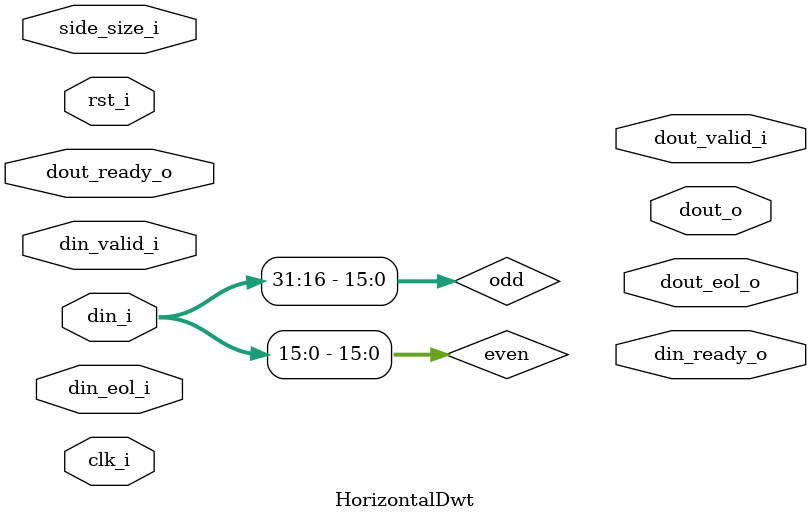
<source format=sv>
module HorizontalDwt #(
    parameter DataWidth = 16,
    parameter MaximumSideSize = 512
) (
    input   logic                                   clk_i,
    input   logic                                   rst_i,

    input   logic   [$clog2(MaximumSideSize)-1:0]   side_size_i,

    input   logic                                   din_valid_i,
    output  logic                                   din_ready_o,
    input   logic                                   din_eol_i,
    input   logic   [2*DataWidth-1:0]               din_i,

    output  logic                                   dout_valid_i,
    input   logic                                   dout_ready_o,
    output  logic                                   dout_eol_o,
    output  logic   [2*DataWidth-1:0]               dout_o
);
    logic [DataWidth-1:0] even, odd;
    assign even = din_i[DataWidth-1:0];
    assign odd  = din_i[2*DataWidth-1:DataWidth];

    
endmodule
</source>
